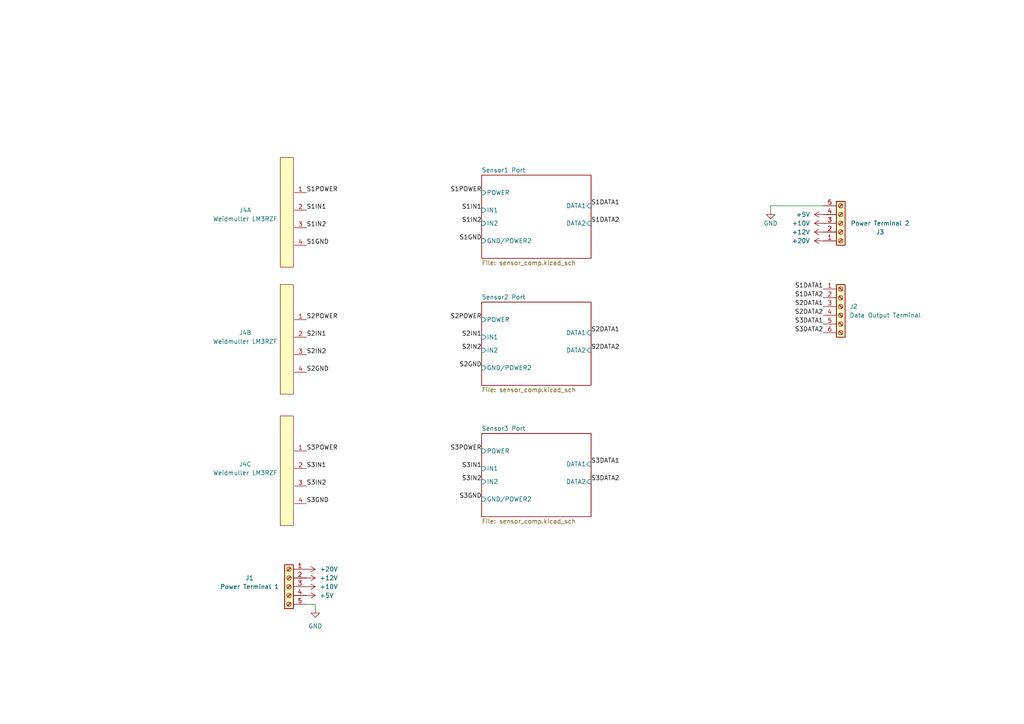
<source format=kicad_sch>
(kicad_sch (version 20230121) (generator eeschema)
  (paper "A4")
  (title_block (title "DAQ_PATCH_PANEL") (date "2023-12-16") (rev "V-6") (company "Waterloo Rocketry "))
  (lib_symbols
    (symbol "+10V_1" (power) (pin_names (offset 0))
      (property "Value" "+20V" (at 0 5.08 0))
      (symbol "+10V_1_0_1"
        (polyline (pts (xy -0.762 1.27) (xy 0 2.54)))
        (polyline (pts (xy 0 0) (xy 0 2.54)))
        (polyline (pts (xy 0 2.54) (xy 0.762 1.27)))
      )
      (symbol "+10V_1_1_1"
        (pin power_in line (at 0 0 90) (length 0) hide (name "+20V") (number "1"))
      )
    )
    (symbol "Connector:Screw_Terminal_01x05" (pin_names (offset 1.016) hide)
      (property "Reference" "J" (at 0 7.62 0))
      (property "Value" "Screw_Terminal_01x05" (at 0 -7.62 0))
      (symbol "Screw_Terminal_01x05_1_1"
        (rectangle (start -1.27 6.35) (end 1.27 -6.35) (stroke (width 0.254)) (fill (type background)))
        (circle (center 0 -5.08) (radius 0.635) (stroke (width 0.1524)))
        (circle (center 0 -2.54) (radius 0.635) (stroke (width 0.1524)))
        (polyline (pts (xy -0.5334 -4.7498) (xy 0.3302 -5.588)) (stroke (width 0.1524)))
        (polyline (pts (xy -0.5334 -2.2098) (xy 0.3302 -3.048)) (stroke (width 0.1524)))
        (polyline (pts (xy -0.5334 0.3302) (xy 0.3302 -0.508)) (stroke (width 0.1524)))
        (polyline (pts (xy -0.5334 2.8702) (xy 0.3302 2.032)) (stroke (width 0.1524)))
        (polyline (pts (xy -0.5334 5.4102) (xy 0.3302 4.572)) (stroke (width 0.1524)))
        (polyline (pts (xy -0.3556 -4.572) (xy 0.508 -5.4102)) (stroke (width 0.1524)))
        (polyline (pts (xy -0.3556 -2.032) (xy 0.508 -2.8702)) (stroke (width 0.1524)))
        (polyline (pts (xy -0.3556 0.508) (xy 0.508 -0.3302)) (stroke (width 0.1524)))
        (polyline (pts (xy -0.3556 3.048) (xy 0.508 2.2098)) (stroke (width 0.1524)))
        (polyline (pts (xy -0.3556 5.588) (xy 0.508 4.7498)) (stroke (width 0.1524)))
        (circle (center 0 0) (radius 0.635) (stroke (width 0.1524)))
        (circle (center 0 2.54) (radius 0.635) (stroke (width 0.1524)))
        (circle (center 0 5.08) (radius 0.635) (stroke (width 0.1524)))
        (pin passive line (at -5.08 5.08 0) (length 3.81) (name "Pin_1") (number "1"))
        (pin passive line (at -5.08 2.54 0) (length 3.81) (name "Pin_2") (number "2"))
        (pin passive line (at -5.08 0 0) (length 3.81) (name "Pin_3") (number "3"))
        (pin passive line (at -5.08 -2.54 0) (length 3.81) (name "Pin_4") (number "4"))
        (pin passive line (at -5.08 -5.08 0) (length 3.81) (name "Pin_5") (number "5"))
      )
    )
    (symbol "Connector:Screw_Terminal_01x06" (pin_names (offset 1.016) hide)
      (property "Reference" "J" (at 0 7.62 0))
      (property "Value" "Screw_Terminal_01x06" (at 0 -10.16 0))
      (symbol "Screw_Terminal_01x06_1_1"
        (rectangle (start -1.27 6.35) (end 1.27 -8.89) (stroke (width 0.254)) (fill (type background)))
        (circle (center 0 -7.62) (radius 0.635) (stroke (width 0.1524)))
        (circle (center 0 -5.08) (radius 0.635) (stroke (width 0.1524)))
        (circle (center 0 -2.54) (radius 0.635) (stroke (width 0.1524)))
        (polyline (pts (xy -0.5334 -7.2898) (xy 0.3302 -8.128)) (stroke (width 0.1524)))
        (polyline (pts (xy -0.5334 -4.7498) (xy 0.3302 -5.588)) (stroke (width 0.1524)))
        (polyline (pts (xy -0.5334 -2.2098) (xy 0.3302 -3.048)) (stroke (width 0.1524)))
        (polyline (pts (xy -0.5334 0.3302) (xy 0.3302 -0.508)) (stroke (width 0.1524)))
        (polyline (pts (xy -0.5334 2.8702) (xy 0.3302 2.032)) (stroke (width 0.1524)))
        (polyline (pts (xy -0.5334 5.4102) (xy 0.3302 4.572)) (stroke (width 0.1524)))
        (polyline (pts (xy -0.3556 -7.112) (xy 0.508 -7.9502)) (stroke (width 0.1524)))
        (polyline (pts (xy -0.3556 -4.572) (xy 0.508 -5.4102)) (stroke (width 0.1524)))
        (polyline (pts (xy -0.3556 -2.032) (xy 0.508 -2.8702)) (stroke (width 0.1524)))
        (polyline (pts (xy -0.3556 0.508) (xy 0.508 -0.3302)) (stroke (width 0.1524)))
        (polyline (pts (xy -0.3556 3.048) (xy 0.508 2.2098)) (stroke (width 0.1524)))
        (polyline (pts (xy -0.3556 5.588) (xy 0.508 4.7498)) (stroke (width 0.1524)))
        (circle (center 0 0) (radius 0.635) (stroke (width 0.1524)))
        (circle (center 0 2.54) (radius 0.635) (stroke (width 0.1524)))
        (circle (center 0 5.08) (radius 0.635) (stroke (width 0.1524)))
        (pin passive line (at -5.08 5.08 0) (length 3.81) (name "Pin_1") (number "1"))
        (pin passive line (at -5.08 2.54 0) (length 3.81) (name "Pin_2") (number "2"))
        (pin passive line (at -5.08 0 0) (length 3.81) (name "Pin_3") (number "3"))
        (pin passive line (at -5.08 -2.54 0) (length 3.81) (name "Pin_4") (number "4"))
        (pin passive line (at -5.08 -5.08 0) (length 3.81) (name "Pin_5") (number "5"))
        (pin passive line (at -5.08 -7.62 0) (length 3.81) (name "Pin_6") (number "6"))
      )
    )
    (symbol "DAQLibrary:Weidmuller LM3RZF"
      (property "Reference" "J" (at 0 0 0))
      (property "Value" "Weidmuller LM3RZF" (at 1.27 0 0))
      (symbol "Weidmuller LM3RZF_0_1"
        (pin bidirectional line (at -5.08 24.13 0) (length 3.5) (name "") (number "1"))
        (pin bidirectional line (at -5.08 19.05 0) (length 3.5) (name "") (number "2"))
        (pin bidirectional line (at -5.08 13.97 0) (length 3.5) (name "") (number "3"))
        (pin bidirectional line (at -5.08 8.89 0) (length 3.5) (name "") (number "4"))
      )
      (symbol "Weidmuller LM3RZF_1_1"
        (rectangle (start -1.27 34.29) (end 2.54 2.54) (fill (type background)))
      )
      (symbol "Weidmuller LM3RZF_2_1"
        (rectangle (start -1.27 34.29) (end 2.54 2.54) (fill (type background)))
      )
      (symbol "Weidmuller LM3RZF_3_1"
        (rectangle (start -1.27 34.29) (end 2.54 2.54) (fill (type background)))
      )
    )
    (symbol "power:+10V" (power) (pin_names (offset 0))
      (property "Value" "+10V" (at 0 3.556 0))
      (symbol "+10V_0_1"
        (polyline (pts (xy -0.762 1.27) (xy 0 2.54)))
        (polyline (pts (xy 0 0) (xy 0 2.54)))
        (polyline (pts (xy 0 2.54) (xy 0.762 1.27)))
      )
      (symbol "+10V_1_1"
        (pin power_in line (at 0 0 90) (length 0) hide (name "+10V") (number "1"))
      )
    )
    (symbol "power:+12V" (power) (pin_names (offset 0))
      (property "Value" "+12V" (at 0 3.556 0))
      (symbol "+12V_0_1"
        (polyline (pts (xy -0.762 1.27) (xy 0 2.54)))
        (polyline (pts (xy 0 0) (xy 0 2.54)))
        (polyline (pts (xy 0 2.54) (xy 0.762 1.27)))
      )
      (symbol "+12V_1_1"
        (pin power_in line (at 0 0 90) (length 0) hide (name "+12V") (number "1"))
      )
    )
    (symbol "power:+5V" (power) (pin_names (offset 0))
      (property "Value" "+5V" (at 0 3.556 0))
      (symbol "+5V_0_1"
        (polyline (pts (xy -0.762 1.27) (xy 0 2.54)))
        (polyline (pts (xy 0 0) (xy 0 2.54)))
        (polyline (pts (xy 0 2.54) (xy 0.762 1.27)))
      )
      (symbol "+5V_1_1"
        (pin power_in line (at 0 0 90) (length 0) hide (name "+5V") (number "1"))
      )
    )
    (symbol "power:GND" (power) (pin_names (offset 0))
      (property "Value" "GND" (at 0 -3.81 0))
      (symbol "GND_0_1"
        (polyline (pts (xy 0 0) (xy 0 -1.27) (xy 1.27 -1.27) (xy 0 -2.54) (xy -1.27 -1.27) (xy 0 -1.27)))
      )
      (symbol "GND_1_1"
        (pin power_in line (at 0 0 270) (length 0) hide (name "GND") (number "1"))
      )
    )
  )
  (wire (pts (xy 91.44 176.53) (xy 91.44 175.26)))
  (wire (pts (xy 223.52 59.69) (xy 238.76 59.69)))
  (wire (pts (xy 91.44 175.26) (xy 88.9 175.26)))
  (wire (pts (xy 223.52 59.69) (xy 223.52 60.96)))
  (label "S2DATA2" (at 238.76 91.44 180))
  (label "S2IN1" (at 88.9 97.79 0))
  (label "S1IN2" (at 88.9 66.04 0))
  (label "S1GND" (at 139.7 69.85 180))
  (label "S3IN2" (at 88.9 140.97 0))
  (label "S3DATA2" (at 238.76 96.52 180))
  (label "S2POWER" (at 88.9 92.71 0))
  (label "S2IN2" (at 88.9 102.87 0))
  (label "S3IN2" (at 139.7 139.7 180))
  (label "S2GND" (at 88.9 107.95 0))
  (label "S2IN2" (at 139.7 101.6 180))
  (label "S3IN1" (at 88.9 135.89 0))
  (label "S2DATA2" (at 171.45 101.6 0))
  (label "S2GND" (at 139.7 106.68 180))
  (label "S3IN1" (at 139.7 135.89 180))
  (label "S2DATA1" (at 238.76 88.9 180))
  (label "S3DATA1" (at 171.45 134.62 0))
  (label "S3POWER" (at 139.7 130.81 180))
  (label "S2DATA1" (at 171.45 96.52 0))
  (label "S1DATA1" (at 238.76 83.82 180))
  (label "S1IN2" (at 139.7 64.77 180))
  (label "S1IN1" (at 88.9 60.96 0))
  (label "S1POWER" (at 88.9 55.88 0))
  (label "S3POWER" (at 88.9 130.81 0))
  (label "S1DATA2" (at 238.76 86.36 180))
  (label "S1DATA2" (at 171.45 64.77 0))
  (label "S1POWER" (at 139.7 55.88 180))
  (label "S3DATA1" (at 238.76 93.98 180))
  (label "S1GND" (at 88.9 71.12 0))
  (label "S2IN1" (at 139.7 97.79 180))
  (label "S1DATA1" (at 171.45 59.69 0))
  (label "S1IN1" (at 139.7 60.96 180))
  (label "S3DATA2" (at 171.45 139.7 0))
  (label "S3GND" (at 139.7 144.78 180))
  (label "S3GND" (at 88.9 146.05 0))
  (label "S2POWER" (at 139.7 92.71 180))
  (symbol (lib_id "Connector:Screw_Terminal_01x06") (at 243.84 88.9 0) (unit 1)
    (property "Reference" "J2" (at 246.38 88.9 0) (effects (justify left)))
    (property "Value" "Data Output Terminal" (at 246.38 91.44 0) (effects (justify left)))
    (property "Footprint" "TerminalBlock_Phoenix:TerminalBlock_Phoenix_MKDS-1,5-6-5.08_1x06_P5.08mm_Horizontal" (effects hide))
  )
  (symbol (lib_id "power:GND") (at 91.44 176.53 0) (mirror y) (unit 1)
    (property "Reference" "#PWR014" (effects hide))
    (property "Value" "GND" (at 91.44 181.61 0))
  )
  (symbol (lib_name "+10V_1") (lib_id "power:+10V") (at 238.76 69.85 90) (mirror x) (unit 1)
    (property "Reference" "#PWR020" (effects hide))
    (property "Value" "+20V" (at 234.95 69.85 90) (effects (justify left)))
  )
  (symbol (lib_name "+10V_1") (lib_id "power:+10V") (at 88.9 165.1 270) (unit 1)
    (property "Reference" "#PWR013" (effects hide))
    (property "Value" "+20V" (at 92.71 165.1 90) (effects (justify left)))
  )
  (symbol (lib_id "power:+5V") (at 238.76 62.23 90) (mirror x) (unit 1)
    (property "Reference" "#PWR015" (effects hide))
    (property "Value" "+5V" (at 234.95 62.23 90) (effects (justify left)))
  )
  (symbol (lib_id "power:+12V") (at 238.76 67.31 90) (mirror x) (unit 1)
    (property "Reference" "#PWR019" (effects hide))
    (property "Value" "+12V" (at 234.95 67.31 90) (effects (justify left)))
  )
  (symbol (lib_id "DAQLibrary:Weidmuller LM3RZF") (at 83.82 116.84 0) (mirror y) (unit 2)
    (property "Reference" "J4" (at 71.12 96.52 0))
    (property "Value" "Weidmuller LM3RZF" (at 71.12 99.06 0))
    (property "Footprint" "Library:Weidmuller LM3RZF" (effects hide))
  )
  (symbol (lib_id "Connector:Screw_Terminal_01x05") (at 83.82 170.18 0) (mirror y) (unit 1)
    (property "Reference" "J1" (at 72.39 167.64 0))
    (property "Value" "Power Terminal 1" (at 72.39 170.18 0))
    (property "Footprint" "TerminalBlock_Phoenix:TerminalBlock_Phoenix_MKDS-1,5-5-5.08_1x05_P5.08mm_Horizontal" (effects hide))
  )
  (symbol (lib_id "power:+10V") (at 88.9 170.18 270) (unit 1)
    (property "Reference" "#PWR011" (effects hide))
    (property "Value" "+10V" (at 92.71 170.18 90) (effects (justify left)))
  )
  (symbol (lib_id "power:GND") (at 223.52 60.96 0) (mirror y) (unit 1)
    (property "Reference" "#PWR021" (effects hide))
    (property "Value" "GND" (at 223.52 64.77 0))
  )
  (symbol (lib_id "power:+5V") (at 88.9 172.72 270) (unit 1)
    (property "Reference" "#PWR012" (effects hide))
    (property "Value" "+5V" (at 92.71 172.72 90) (effects (justify left)))
  )
  (symbol (lib_id "Connector:Screw_Terminal_01x05") (at 243.84 64.77 0) (mirror x) (unit 1)
    (property "Reference" "J3" (at 255.27 67.31 0))
    (property "Value" "Power Terminal 2" (at 255.27 64.77 0))
    (property "Footprint" "TerminalBlock_Phoenix:TerminalBlock_Phoenix_MKDS-1,5-5-5.08_1x05_P5.08mm_Horizontal" (effects hide))
  )
  (symbol (lib_id "DAQLibrary:Weidmuller LM3RZF") (at 83.82 80.01 0) (mirror y) (unit 1)
    (property "Reference" "J4" (at 71.12 60.96 0))
    (property "Value" "Weidmuller LM3RZF" (at 71.12 63.5 0))
    (property "Footprint" "Library:Weidmuller LM3RZF" (effects hide))
  )
  (symbol (lib_id "power:+12V") (at 88.9 167.64 270) (unit 1)
    (property "Reference" "#PWR010" (effects hide))
    (property "Value" "+12V" (at 92.71 167.64 90) (effects (justify left)))
  )
  (symbol (lib_id "power:+10V") (at 238.76 64.77 90) (mirror x) (unit 1)
    (property "Reference" "#PWR017" (effects hide))
    (property "Value" "+10V" (at 234.95 64.77 90) (effects (justify left)))
  )
  (symbol (lib_id "DAQLibrary:Weidmuller LM3RZF") (at 83.82 154.94 0) (mirror y) (unit 3)
    (property "Reference" "J4" (at 71.12 134.62 0))
    (property "Value" "Weidmuller LM3RZF" (at 71.12 137.16 0))
    (property "Footprint" "Library:Weidmuller LM3RZF" (effects hide))
  )
  (sheet (at 139.7 50.8) (size 31.75 24.13) (stroke (width 0.1524))
    (property "Sheetname" "Sensor1 Port" (at 139.7 50.0884 0) (effects (justify left bottom)))
    (property "Sheetfile" "sensor_comp.kicad_sch" (at 139.7 75.5146 0) (effects (justify left top)))
    (pin "IN1" input (at 139.7 60.96 180))
    (pin "POWER" input (at 139.7 55.88 180))
    (pin "IN2" input (at 139.7 64.77 180))
    (pin "GND{slash}POWER2" input (at 139.7 69.85 180))
    (pin "DATA2" input (at 171.45 64.77 0))
    (pin "DATA1" input (at 171.45 59.69 0))
  )
  (sheet (at 139.7 125.73) (size 31.75 24.13) (stroke (width 0.1524))
    (property "Sheetname" "Sensor3 Port" (at 139.7 125.0184 0) (effects (justify left bottom)))
    (property "Sheetfile" "sensor_comp.kicad_sch" (at 139.7 150.4446 0) (effects (justify left top)))
    (pin "IN1" input (at 139.7 135.89 180))
    (pin "POWER" input (at 139.7 130.81 180))
    (pin "IN2" input (at 139.7 139.7 180))
    (pin "GND{slash}POWER2" input (at 139.7 144.78 180))
    (pin "DATA2" input (at 171.45 139.7 0))
    (pin "DATA1" input (at 171.45 134.62 0))
  )
  (sheet (at 139.7 87.63) (size 31.75 24.13) (stroke (width 0.1524))
    (property "Sheetname" "Sensor2 Port" (at 139.7 86.9184 0) (effects (justify left bottom)))
    (property "Sheetfile" "sensor_comp.kicad_sch" (at 139.7 112.3446 0) (effects (justify left top)))
    (pin "IN1" input (at 139.7 97.79 180))
    (pin "POWER" input (at 139.7 92.71 180))
    (pin "IN2" input (at 139.7 101.6 180))
    (pin "GND{slash}POWER2" input (at 139.7 106.68 180))
    (pin "DATA2" input (at 171.45 101.6 0))
    (pin "DATA1" input (at 171.45 96.52 0))
  )
)
</source>
